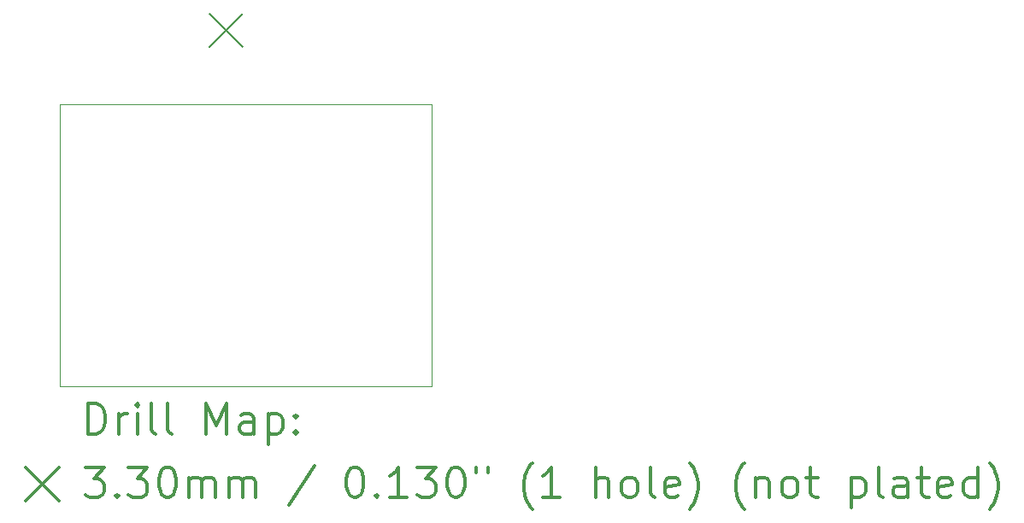
<source format=gbr>
%FSLAX45Y45*%
G04 Gerber Fmt 4.5, Leading zero omitted, Abs format (unit mm)*
G04 Created by KiCad (PCBNEW (5.1.4)-1) date 2019-09-01 07:34:50*
%MOMM*%
%LPD*%
G04 APERTURE LIST*
%ADD10C,0.050000*%
%ADD11C,0.200000*%
%ADD12C,0.300000*%
G04 APERTURE END LIST*
D10*
X4191000Y-6985000D02*
X4191000Y-4191000D01*
X7874000Y-6985000D02*
X4191000Y-6985000D01*
X7874000Y-4191000D02*
X7874000Y-6985000D01*
X7747000Y-4191000D02*
X7874000Y-4191000D01*
X4191000Y-4191000D02*
X7747000Y-4191000D01*
D11*
X5676900Y-3289300D02*
X6007100Y-3619500D01*
X6007100Y-3289300D02*
X5676900Y-3619500D01*
D12*
X4474928Y-7453214D02*
X4474928Y-7153214D01*
X4546357Y-7153214D01*
X4589214Y-7167500D01*
X4617786Y-7196071D01*
X4632071Y-7224643D01*
X4646357Y-7281786D01*
X4646357Y-7324643D01*
X4632071Y-7381786D01*
X4617786Y-7410357D01*
X4589214Y-7438929D01*
X4546357Y-7453214D01*
X4474928Y-7453214D01*
X4774928Y-7453214D02*
X4774928Y-7253214D01*
X4774928Y-7310357D02*
X4789214Y-7281786D01*
X4803500Y-7267500D01*
X4832071Y-7253214D01*
X4860643Y-7253214D01*
X4960643Y-7453214D02*
X4960643Y-7253214D01*
X4960643Y-7153214D02*
X4946357Y-7167500D01*
X4960643Y-7181786D01*
X4974928Y-7167500D01*
X4960643Y-7153214D01*
X4960643Y-7181786D01*
X5146357Y-7453214D02*
X5117786Y-7438929D01*
X5103500Y-7410357D01*
X5103500Y-7153214D01*
X5303500Y-7453214D02*
X5274928Y-7438929D01*
X5260643Y-7410357D01*
X5260643Y-7153214D01*
X5646357Y-7453214D02*
X5646357Y-7153214D01*
X5746357Y-7367500D01*
X5846357Y-7153214D01*
X5846357Y-7453214D01*
X6117786Y-7453214D02*
X6117786Y-7296071D01*
X6103500Y-7267500D01*
X6074928Y-7253214D01*
X6017786Y-7253214D01*
X5989214Y-7267500D01*
X6117786Y-7438929D02*
X6089214Y-7453214D01*
X6017786Y-7453214D01*
X5989214Y-7438929D01*
X5974928Y-7410357D01*
X5974928Y-7381786D01*
X5989214Y-7353214D01*
X6017786Y-7338929D01*
X6089214Y-7338929D01*
X6117786Y-7324643D01*
X6260643Y-7253214D02*
X6260643Y-7553214D01*
X6260643Y-7267500D02*
X6289214Y-7253214D01*
X6346357Y-7253214D01*
X6374928Y-7267500D01*
X6389214Y-7281786D01*
X6403500Y-7310357D01*
X6403500Y-7396071D01*
X6389214Y-7424643D01*
X6374928Y-7438929D01*
X6346357Y-7453214D01*
X6289214Y-7453214D01*
X6260643Y-7438929D01*
X6532071Y-7424643D02*
X6546357Y-7438929D01*
X6532071Y-7453214D01*
X6517786Y-7438929D01*
X6532071Y-7424643D01*
X6532071Y-7453214D01*
X6532071Y-7267500D02*
X6546357Y-7281786D01*
X6532071Y-7296071D01*
X6517786Y-7281786D01*
X6532071Y-7267500D01*
X6532071Y-7296071D01*
X3858300Y-7782400D02*
X4188500Y-8112600D01*
X4188500Y-7782400D02*
X3858300Y-8112600D01*
X4446357Y-7783214D02*
X4632071Y-7783214D01*
X4532071Y-7897500D01*
X4574928Y-7897500D01*
X4603500Y-7911786D01*
X4617786Y-7926071D01*
X4632071Y-7954643D01*
X4632071Y-8026071D01*
X4617786Y-8054643D01*
X4603500Y-8068929D01*
X4574928Y-8083214D01*
X4489214Y-8083214D01*
X4460643Y-8068929D01*
X4446357Y-8054643D01*
X4760643Y-8054643D02*
X4774928Y-8068929D01*
X4760643Y-8083214D01*
X4746357Y-8068929D01*
X4760643Y-8054643D01*
X4760643Y-8083214D01*
X4874928Y-7783214D02*
X5060643Y-7783214D01*
X4960643Y-7897500D01*
X5003500Y-7897500D01*
X5032071Y-7911786D01*
X5046357Y-7926071D01*
X5060643Y-7954643D01*
X5060643Y-8026071D01*
X5046357Y-8054643D01*
X5032071Y-8068929D01*
X5003500Y-8083214D01*
X4917786Y-8083214D01*
X4889214Y-8068929D01*
X4874928Y-8054643D01*
X5246357Y-7783214D02*
X5274928Y-7783214D01*
X5303500Y-7797500D01*
X5317786Y-7811786D01*
X5332071Y-7840357D01*
X5346357Y-7897500D01*
X5346357Y-7968929D01*
X5332071Y-8026071D01*
X5317786Y-8054643D01*
X5303500Y-8068929D01*
X5274928Y-8083214D01*
X5246357Y-8083214D01*
X5217786Y-8068929D01*
X5203500Y-8054643D01*
X5189214Y-8026071D01*
X5174928Y-7968929D01*
X5174928Y-7897500D01*
X5189214Y-7840357D01*
X5203500Y-7811786D01*
X5217786Y-7797500D01*
X5246357Y-7783214D01*
X5474928Y-8083214D02*
X5474928Y-7883214D01*
X5474928Y-7911786D02*
X5489214Y-7897500D01*
X5517786Y-7883214D01*
X5560643Y-7883214D01*
X5589214Y-7897500D01*
X5603500Y-7926071D01*
X5603500Y-8083214D01*
X5603500Y-7926071D02*
X5617786Y-7897500D01*
X5646357Y-7883214D01*
X5689214Y-7883214D01*
X5717786Y-7897500D01*
X5732071Y-7926071D01*
X5732071Y-8083214D01*
X5874928Y-8083214D02*
X5874928Y-7883214D01*
X5874928Y-7911786D02*
X5889214Y-7897500D01*
X5917786Y-7883214D01*
X5960643Y-7883214D01*
X5989214Y-7897500D01*
X6003500Y-7926071D01*
X6003500Y-8083214D01*
X6003500Y-7926071D02*
X6017786Y-7897500D01*
X6046357Y-7883214D01*
X6089214Y-7883214D01*
X6117786Y-7897500D01*
X6132071Y-7926071D01*
X6132071Y-8083214D01*
X6717786Y-7768929D02*
X6460643Y-8154643D01*
X7103500Y-7783214D02*
X7132071Y-7783214D01*
X7160643Y-7797500D01*
X7174928Y-7811786D01*
X7189214Y-7840357D01*
X7203500Y-7897500D01*
X7203500Y-7968929D01*
X7189214Y-8026071D01*
X7174928Y-8054643D01*
X7160643Y-8068929D01*
X7132071Y-8083214D01*
X7103500Y-8083214D01*
X7074928Y-8068929D01*
X7060643Y-8054643D01*
X7046357Y-8026071D01*
X7032071Y-7968929D01*
X7032071Y-7897500D01*
X7046357Y-7840357D01*
X7060643Y-7811786D01*
X7074928Y-7797500D01*
X7103500Y-7783214D01*
X7332071Y-8054643D02*
X7346357Y-8068929D01*
X7332071Y-8083214D01*
X7317786Y-8068929D01*
X7332071Y-8054643D01*
X7332071Y-8083214D01*
X7632071Y-8083214D02*
X7460643Y-8083214D01*
X7546357Y-8083214D02*
X7546357Y-7783214D01*
X7517786Y-7826071D01*
X7489214Y-7854643D01*
X7460643Y-7868929D01*
X7732071Y-7783214D02*
X7917786Y-7783214D01*
X7817786Y-7897500D01*
X7860643Y-7897500D01*
X7889214Y-7911786D01*
X7903500Y-7926071D01*
X7917786Y-7954643D01*
X7917786Y-8026071D01*
X7903500Y-8054643D01*
X7889214Y-8068929D01*
X7860643Y-8083214D01*
X7774928Y-8083214D01*
X7746357Y-8068929D01*
X7732071Y-8054643D01*
X8103500Y-7783214D02*
X8132071Y-7783214D01*
X8160643Y-7797500D01*
X8174928Y-7811786D01*
X8189214Y-7840357D01*
X8203500Y-7897500D01*
X8203500Y-7968929D01*
X8189214Y-8026071D01*
X8174928Y-8054643D01*
X8160643Y-8068929D01*
X8132071Y-8083214D01*
X8103500Y-8083214D01*
X8074928Y-8068929D01*
X8060643Y-8054643D01*
X8046357Y-8026071D01*
X8032071Y-7968929D01*
X8032071Y-7897500D01*
X8046357Y-7840357D01*
X8060643Y-7811786D01*
X8074928Y-7797500D01*
X8103500Y-7783214D01*
X8317786Y-7783214D02*
X8317786Y-7840357D01*
X8432071Y-7783214D02*
X8432071Y-7840357D01*
X8874928Y-8197500D02*
X8860643Y-8183214D01*
X8832071Y-8140357D01*
X8817786Y-8111786D01*
X8803500Y-8068929D01*
X8789214Y-7997500D01*
X8789214Y-7940357D01*
X8803500Y-7868929D01*
X8817786Y-7826071D01*
X8832071Y-7797500D01*
X8860643Y-7754643D01*
X8874928Y-7740357D01*
X9146357Y-8083214D02*
X8974928Y-8083214D01*
X9060643Y-8083214D02*
X9060643Y-7783214D01*
X9032071Y-7826071D01*
X9003500Y-7854643D01*
X8974928Y-7868929D01*
X9503500Y-8083214D02*
X9503500Y-7783214D01*
X9632071Y-8083214D02*
X9632071Y-7926071D01*
X9617786Y-7897500D01*
X9589214Y-7883214D01*
X9546357Y-7883214D01*
X9517786Y-7897500D01*
X9503500Y-7911786D01*
X9817786Y-8083214D02*
X9789214Y-8068929D01*
X9774928Y-8054643D01*
X9760643Y-8026071D01*
X9760643Y-7940357D01*
X9774928Y-7911786D01*
X9789214Y-7897500D01*
X9817786Y-7883214D01*
X9860643Y-7883214D01*
X9889214Y-7897500D01*
X9903500Y-7911786D01*
X9917786Y-7940357D01*
X9917786Y-8026071D01*
X9903500Y-8054643D01*
X9889214Y-8068929D01*
X9860643Y-8083214D01*
X9817786Y-8083214D01*
X10089214Y-8083214D02*
X10060643Y-8068929D01*
X10046357Y-8040357D01*
X10046357Y-7783214D01*
X10317786Y-8068929D02*
X10289214Y-8083214D01*
X10232071Y-8083214D01*
X10203500Y-8068929D01*
X10189214Y-8040357D01*
X10189214Y-7926071D01*
X10203500Y-7897500D01*
X10232071Y-7883214D01*
X10289214Y-7883214D01*
X10317786Y-7897500D01*
X10332071Y-7926071D01*
X10332071Y-7954643D01*
X10189214Y-7983214D01*
X10432071Y-8197500D02*
X10446357Y-8183214D01*
X10474928Y-8140357D01*
X10489214Y-8111786D01*
X10503500Y-8068929D01*
X10517786Y-7997500D01*
X10517786Y-7940357D01*
X10503500Y-7868929D01*
X10489214Y-7826071D01*
X10474928Y-7797500D01*
X10446357Y-7754643D01*
X10432071Y-7740357D01*
X10974928Y-8197500D02*
X10960643Y-8183214D01*
X10932071Y-8140357D01*
X10917786Y-8111786D01*
X10903500Y-8068929D01*
X10889214Y-7997500D01*
X10889214Y-7940357D01*
X10903500Y-7868929D01*
X10917786Y-7826071D01*
X10932071Y-7797500D01*
X10960643Y-7754643D01*
X10974928Y-7740357D01*
X11089214Y-7883214D02*
X11089214Y-8083214D01*
X11089214Y-7911786D02*
X11103500Y-7897500D01*
X11132071Y-7883214D01*
X11174928Y-7883214D01*
X11203500Y-7897500D01*
X11217786Y-7926071D01*
X11217786Y-8083214D01*
X11403500Y-8083214D02*
X11374928Y-8068929D01*
X11360643Y-8054643D01*
X11346357Y-8026071D01*
X11346357Y-7940357D01*
X11360643Y-7911786D01*
X11374928Y-7897500D01*
X11403500Y-7883214D01*
X11446357Y-7883214D01*
X11474928Y-7897500D01*
X11489214Y-7911786D01*
X11503500Y-7940357D01*
X11503500Y-8026071D01*
X11489214Y-8054643D01*
X11474928Y-8068929D01*
X11446357Y-8083214D01*
X11403500Y-8083214D01*
X11589214Y-7883214D02*
X11703500Y-7883214D01*
X11632071Y-7783214D02*
X11632071Y-8040357D01*
X11646357Y-8068929D01*
X11674928Y-8083214D01*
X11703500Y-8083214D01*
X12032071Y-7883214D02*
X12032071Y-8183214D01*
X12032071Y-7897500D02*
X12060643Y-7883214D01*
X12117786Y-7883214D01*
X12146357Y-7897500D01*
X12160643Y-7911786D01*
X12174928Y-7940357D01*
X12174928Y-8026071D01*
X12160643Y-8054643D01*
X12146357Y-8068929D01*
X12117786Y-8083214D01*
X12060643Y-8083214D01*
X12032071Y-8068929D01*
X12346357Y-8083214D02*
X12317786Y-8068929D01*
X12303500Y-8040357D01*
X12303500Y-7783214D01*
X12589214Y-8083214D02*
X12589214Y-7926071D01*
X12574928Y-7897500D01*
X12546357Y-7883214D01*
X12489214Y-7883214D01*
X12460643Y-7897500D01*
X12589214Y-8068929D02*
X12560643Y-8083214D01*
X12489214Y-8083214D01*
X12460643Y-8068929D01*
X12446357Y-8040357D01*
X12446357Y-8011786D01*
X12460643Y-7983214D01*
X12489214Y-7968929D01*
X12560643Y-7968929D01*
X12589214Y-7954643D01*
X12689214Y-7883214D02*
X12803500Y-7883214D01*
X12732071Y-7783214D02*
X12732071Y-8040357D01*
X12746357Y-8068929D01*
X12774928Y-8083214D01*
X12803500Y-8083214D01*
X13017786Y-8068929D02*
X12989214Y-8083214D01*
X12932071Y-8083214D01*
X12903500Y-8068929D01*
X12889214Y-8040357D01*
X12889214Y-7926071D01*
X12903500Y-7897500D01*
X12932071Y-7883214D01*
X12989214Y-7883214D01*
X13017786Y-7897500D01*
X13032071Y-7926071D01*
X13032071Y-7954643D01*
X12889214Y-7983214D01*
X13289214Y-8083214D02*
X13289214Y-7783214D01*
X13289214Y-8068929D02*
X13260643Y-8083214D01*
X13203500Y-8083214D01*
X13174928Y-8068929D01*
X13160643Y-8054643D01*
X13146357Y-8026071D01*
X13146357Y-7940357D01*
X13160643Y-7911786D01*
X13174928Y-7897500D01*
X13203500Y-7883214D01*
X13260643Y-7883214D01*
X13289214Y-7897500D01*
X13403500Y-8197500D02*
X13417786Y-8183214D01*
X13446357Y-8140357D01*
X13460643Y-8111786D01*
X13474928Y-8068929D01*
X13489214Y-7997500D01*
X13489214Y-7940357D01*
X13474928Y-7868929D01*
X13460643Y-7826071D01*
X13446357Y-7797500D01*
X13417786Y-7754643D01*
X13403500Y-7740357D01*
M02*

</source>
